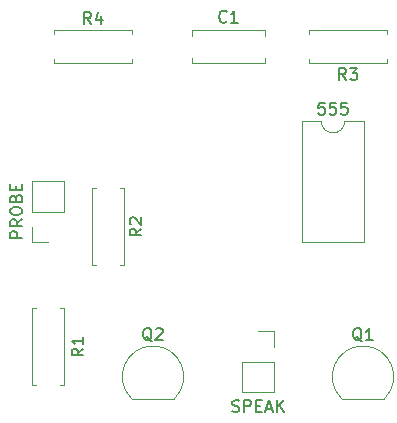
<source format=gbr>
%TF.GenerationSoftware,KiCad,Pcbnew,7.0.9*%
%TF.CreationDate,2023-11-22T20:54:51-05:00*%
%TF.ProjectId,connectivity_tester,636f6e6e-6563-4746-9976-6974795f7465,rev?*%
%TF.SameCoordinates,Original*%
%TF.FileFunction,Legend,Top*%
%TF.FilePolarity,Positive*%
%FSLAX46Y46*%
G04 Gerber Fmt 4.6, Leading zero omitted, Abs format (unit mm)*
G04 Created by KiCad (PCBNEW 7.0.9) date 2023-11-22 20:54:51*
%MOMM*%
%LPD*%
G01*
G04 APERTURE LIST*
%ADD10C,0.150000*%
%ADD11C,0.120000*%
G04 APERTURE END LIST*
D10*
X41195714Y-25064819D02*
X40719524Y-25064819D01*
X40719524Y-25064819D02*
X40671905Y-25541009D01*
X40671905Y-25541009D02*
X40719524Y-25493390D01*
X40719524Y-25493390D02*
X40814762Y-25445771D01*
X40814762Y-25445771D02*
X41052857Y-25445771D01*
X41052857Y-25445771D02*
X41148095Y-25493390D01*
X41148095Y-25493390D02*
X41195714Y-25541009D01*
X41195714Y-25541009D02*
X41243333Y-25636247D01*
X41243333Y-25636247D02*
X41243333Y-25874342D01*
X41243333Y-25874342D02*
X41195714Y-25969580D01*
X41195714Y-25969580D02*
X41148095Y-26017200D01*
X41148095Y-26017200D02*
X41052857Y-26064819D01*
X41052857Y-26064819D02*
X40814762Y-26064819D01*
X40814762Y-26064819D02*
X40719524Y-26017200D01*
X40719524Y-26017200D02*
X40671905Y-25969580D01*
X42148095Y-25064819D02*
X41671905Y-25064819D01*
X41671905Y-25064819D02*
X41624286Y-25541009D01*
X41624286Y-25541009D02*
X41671905Y-25493390D01*
X41671905Y-25493390D02*
X41767143Y-25445771D01*
X41767143Y-25445771D02*
X42005238Y-25445771D01*
X42005238Y-25445771D02*
X42100476Y-25493390D01*
X42100476Y-25493390D02*
X42148095Y-25541009D01*
X42148095Y-25541009D02*
X42195714Y-25636247D01*
X42195714Y-25636247D02*
X42195714Y-25874342D01*
X42195714Y-25874342D02*
X42148095Y-25969580D01*
X42148095Y-25969580D02*
X42100476Y-26017200D01*
X42100476Y-26017200D02*
X42005238Y-26064819D01*
X42005238Y-26064819D02*
X41767143Y-26064819D01*
X41767143Y-26064819D02*
X41671905Y-26017200D01*
X41671905Y-26017200D02*
X41624286Y-25969580D01*
X43100476Y-25064819D02*
X42624286Y-25064819D01*
X42624286Y-25064819D02*
X42576667Y-25541009D01*
X42576667Y-25541009D02*
X42624286Y-25493390D01*
X42624286Y-25493390D02*
X42719524Y-25445771D01*
X42719524Y-25445771D02*
X42957619Y-25445771D01*
X42957619Y-25445771D02*
X43052857Y-25493390D01*
X43052857Y-25493390D02*
X43100476Y-25541009D01*
X43100476Y-25541009D02*
X43148095Y-25636247D01*
X43148095Y-25636247D02*
X43148095Y-25874342D01*
X43148095Y-25874342D02*
X43100476Y-25969580D01*
X43100476Y-25969580D02*
X43052857Y-26017200D01*
X43052857Y-26017200D02*
X42957619Y-26064819D01*
X42957619Y-26064819D02*
X42719524Y-26064819D01*
X42719524Y-26064819D02*
X42624286Y-26017200D01*
X42624286Y-26017200D02*
X42576667Y-25969580D01*
X33393333Y-51207200D02*
X33536190Y-51254819D01*
X33536190Y-51254819D02*
X33774285Y-51254819D01*
X33774285Y-51254819D02*
X33869523Y-51207200D01*
X33869523Y-51207200D02*
X33917142Y-51159580D01*
X33917142Y-51159580D02*
X33964761Y-51064342D01*
X33964761Y-51064342D02*
X33964761Y-50969104D01*
X33964761Y-50969104D02*
X33917142Y-50873866D01*
X33917142Y-50873866D02*
X33869523Y-50826247D01*
X33869523Y-50826247D02*
X33774285Y-50778628D01*
X33774285Y-50778628D02*
X33583809Y-50731009D01*
X33583809Y-50731009D02*
X33488571Y-50683390D01*
X33488571Y-50683390D02*
X33440952Y-50635771D01*
X33440952Y-50635771D02*
X33393333Y-50540533D01*
X33393333Y-50540533D02*
X33393333Y-50445295D01*
X33393333Y-50445295D02*
X33440952Y-50350057D01*
X33440952Y-50350057D02*
X33488571Y-50302438D01*
X33488571Y-50302438D02*
X33583809Y-50254819D01*
X33583809Y-50254819D02*
X33821904Y-50254819D01*
X33821904Y-50254819D02*
X33964761Y-50302438D01*
X34393333Y-51254819D02*
X34393333Y-50254819D01*
X34393333Y-50254819D02*
X34774285Y-50254819D01*
X34774285Y-50254819D02*
X34869523Y-50302438D01*
X34869523Y-50302438D02*
X34917142Y-50350057D01*
X34917142Y-50350057D02*
X34964761Y-50445295D01*
X34964761Y-50445295D02*
X34964761Y-50588152D01*
X34964761Y-50588152D02*
X34917142Y-50683390D01*
X34917142Y-50683390D02*
X34869523Y-50731009D01*
X34869523Y-50731009D02*
X34774285Y-50778628D01*
X34774285Y-50778628D02*
X34393333Y-50778628D01*
X35393333Y-50731009D02*
X35726666Y-50731009D01*
X35869523Y-51254819D02*
X35393333Y-51254819D01*
X35393333Y-51254819D02*
X35393333Y-50254819D01*
X35393333Y-50254819D02*
X35869523Y-50254819D01*
X36250476Y-50969104D02*
X36726666Y-50969104D01*
X36155238Y-51254819D02*
X36488571Y-50254819D01*
X36488571Y-50254819D02*
X36821904Y-51254819D01*
X37155238Y-51254819D02*
X37155238Y-50254819D01*
X37726666Y-51254819D02*
X37298095Y-50683390D01*
X37726666Y-50254819D02*
X37155238Y-50826247D01*
X21423333Y-18404819D02*
X21090000Y-17928628D01*
X20851905Y-18404819D02*
X20851905Y-17404819D01*
X20851905Y-17404819D02*
X21232857Y-17404819D01*
X21232857Y-17404819D02*
X21328095Y-17452438D01*
X21328095Y-17452438D02*
X21375714Y-17500057D01*
X21375714Y-17500057D02*
X21423333Y-17595295D01*
X21423333Y-17595295D02*
X21423333Y-17738152D01*
X21423333Y-17738152D02*
X21375714Y-17833390D01*
X21375714Y-17833390D02*
X21328095Y-17881009D01*
X21328095Y-17881009D02*
X21232857Y-17928628D01*
X21232857Y-17928628D02*
X20851905Y-17928628D01*
X22280476Y-17738152D02*
X22280476Y-18404819D01*
X22042381Y-17357200D02*
X21804286Y-18071485D01*
X21804286Y-18071485D02*
X22423333Y-18071485D01*
X43013333Y-23144819D02*
X42680000Y-22668628D01*
X42441905Y-23144819D02*
X42441905Y-22144819D01*
X42441905Y-22144819D02*
X42822857Y-22144819D01*
X42822857Y-22144819D02*
X42918095Y-22192438D01*
X42918095Y-22192438D02*
X42965714Y-22240057D01*
X42965714Y-22240057D02*
X43013333Y-22335295D01*
X43013333Y-22335295D02*
X43013333Y-22478152D01*
X43013333Y-22478152D02*
X42965714Y-22573390D01*
X42965714Y-22573390D02*
X42918095Y-22621009D01*
X42918095Y-22621009D02*
X42822857Y-22668628D01*
X42822857Y-22668628D02*
X42441905Y-22668628D01*
X43346667Y-22144819D02*
X43965714Y-22144819D01*
X43965714Y-22144819D02*
X43632381Y-22525771D01*
X43632381Y-22525771D02*
X43775238Y-22525771D01*
X43775238Y-22525771D02*
X43870476Y-22573390D01*
X43870476Y-22573390D02*
X43918095Y-22621009D01*
X43918095Y-22621009D02*
X43965714Y-22716247D01*
X43965714Y-22716247D02*
X43965714Y-22954342D01*
X43965714Y-22954342D02*
X43918095Y-23049580D01*
X43918095Y-23049580D02*
X43870476Y-23097200D01*
X43870476Y-23097200D02*
X43775238Y-23144819D01*
X43775238Y-23144819D02*
X43489524Y-23144819D01*
X43489524Y-23144819D02*
X43394286Y-23097200D01*
X43394286Y-23097200D02*
X43346667Y-23049580D01*
X25684819Y-35726666D02*
X25208628Y-36059999D01*
X25684819Y-36298094D02*
X24684819Y-36298094D01*
X24684819Y-36298094D02*
X24684819Y-35917142D01*
X24684819Y-35917142D02*
X24732438Y-35821904D01*
X24732438Y-35821904D02*
X24780057Y-35774285D01*
X24780057Y-35774285D02*
X24875295Y-35726666D01*
X24875295Y-35726666D02*
X25018152Y-35726666D01*
X25018152Y-35726666D02*
X25113390Y-35774285D01*
X25113390Y-35774285D02*
X25161009Y-35821904D01*
X25161009Y-35821904D02*
X25208628Y-35917142D01*
X25208628Y-35917142D02*
X25208628Y-36298094D01*
X24780057Y-35345713D02*
X24732438Y-35298094D01*
X24732438Y-35298094D02*
X24684819Y-35202856D01*
X24684819Y-35202856D02*
X24684819Y-34964761D01*
X24684819Y-34964761D02*
X24732438Y-34869523D01*
X24732438Y-34869523D02*
X24780057Y-34821904D01*
X24780057Y-34821904D02*
X24875295Y-34774285D01*
X24875295Y-34774285D02*
X24970533Y-34774285D01*
X24970533Y-34774285D02*
X25113390Y-34821904D01*
X25113390Y-34821904D02*
X25684819Y-35393332D01*
X25684819Y-35393332D02*
X25684819Y-34774285D01*
X20774819Y-45886666D02*
X20298628Y-46219999D01*
X20774819Y-46458094D02*
X19774819Y-46458094D01*
X19774819Y-46458094D02*
X19774819Y-46077142D01*
X19774819Y-46077142D02*
X19822438Y-45981904D01*
X19822438Y-45981904D02*
X19870057Y-45934285D01*
X19870057Y-45934285D02*
X19965295Y-45886666D01*
X19965295Y-45886666D02*
X20108152Y-45886666D01*
X20108152Y-45886666D02*
X20203390Y-45934285D01*
X20203390Y-45934285D02*
X20251009Y-45981904D01*
X20251009Y-45981904D02*
X20298628Y-46077142D01*
X20298628Y-46077142D02*
X20298628Y-46458094D01*
X20774819Y-44934285D02*
X20774819Y-45505713D01*
X20774819Y-45219999D02*
X19774819Y-45219999D01*
X19774819Y-45219999D02*
X19917676Y-45315237D01*
X19917676Y-45315237D02*
X20012914Y-45410475D01*
X20012914Y-45410475D02*
X20060533Y-45505713D01*
X26574761Y-45250057D02*
X26479523Y-45202438D01*
X26479523Y-45202438D02*
X26384285Y-45107200D01*
X26384285Y-45107200D02*
X26241428Y-44964342D01*
X26241428Y-44964342D02*
X26146190Y-44916723D01*
X26146190Y-44916723D02*
X26050952Y-44916723D01*
X26098571Y-45154819D02*
X26003333Y-45107200D01*
X26003333Y-45107200D02*
X25908095Y-45011961D01*
X25908095Y-45011961D02*
X25860476Y-44821485D01*
X25860476Y-44821485D02*
X25860476Y-44488152D01*
X25860476Y-44488152D02*
X25908095Y-44297676D01*
X25908095Y-44297676D02*
X26003333Y-44202438D01*
X26003333Y-44202438D02*
X26098571Y-44154819D01*
X26098571Y-44154819D02*
X26289047Y-44154819D01*
X26289047Y-44154819D02*
X26384285Y-44202438D01*
X26384285Y-44202438D02*
X26479523Y-44297676D01*
X26479523Y-44297676D02*
X26527142Y-44488152D01*
X26527142Y-44488152D02*
X26527142Y-44821485D01*
X26527142Y-44821485D02*
X26479523Y-45011961D01*
X26479523Y-45011961D02*
X26384285Y-45107200D01*
X26384285Y-45107200D02*
X26289047Y-45154819D01*
X26289047Y-45154819D02*
X26098571Y-45154819D01*
X26908095Y-44250057D02*
X26955714Y-44202438D01*
X26955714Y-44202438D02*
X27050952Y-44154819D01*
X27050952Y-44154819D02*
X27289047Y-44154819D01*
X27289047Y-44154819D02*
X27384285Y-44202438D01*
X27384285Y-44202438D02*
X27431904Y-44250057D01*
X27431904Y-44250057D02*
X27479523Y-44345295D01*
X27479523Y-44345295D02*
X27479523Y-44440533D01*
X27479523Y-44440533D02*
X27431904Y-44583390D01*
X27431904Y-44583390D02*
X26860476Y-45154819D01*
X26860476Y-45154819D02*
X27479523Y-45154819D01*
X44354761Y-45250057D02*
X44259523Y-45202438D01*
X44259523Y-45202438D02*
X44164285Y-45107200D01*
X44164285Y-45107200D02*
X44021428Y-44964342D01*
X44021428Y-44964342D02*
X43926190Y-44916723D01*
X43926190Y-44916723D02*
X43830952Y-44916723D01*
X43878571Y-45154819D02*
X43783333Y-45107200D01*
X43783333Y-45107200D02*
X43688095Y-45011961D01*
X43688095Y-45011961D02*
X43640476Y-44821485D01*
X43640476Y-44821485D02*
X43640476Y-44488152D01*
X43640476Y-44488152D02*
X43688095Y-44297676D01*
X43688095Y-44297676D02*
X43783333Y-44202438D01*
X43783333Y-44202438D02*
X43878571Y-44154819D01*
X43878571Y-44154819D02*
X44069047Y-44154819D01*
X44069047Y-44154819D02*
X44164285Y-44202438D01*
X44164285Y-44202438D02*
X44259523Y-44297676D01*
X44259523Y-44297676D02*
X44307142Y-44488152D01*
X44307142Y-44488152D02*
X44307142Y-44821485D01*
X44307142Y-44821485D02*
X44259523Y-45011961D01*
X44259523Y-45011961D02*
X44164285Y-45107200D01*
X44164285Y-45107200D02*
X44069047Y-45154819D01*
X44069047Y-45154819D02*
X43878571Y-45154819D01*
X45259523Y-45154819D02*
X44688095Y-45154819D01*
X44973809Y-45154819D02*
X44973809Y-44154819D01*
X44973809Y-44154819D02*
X44878571Y-44297676D01*
X44878571Y-44297676D02*
X44783333Y-44392914D01*
X44783333Y-44392914D02*
X44688095Y-44440533D01*
X15588986Y-36512367D02*
X14588986Y-36512367D01*
X14588986Y-36512367D02*
X14588986Y-36131415D01*
X14588986Y-36131415D02*
X14636605Y-36036177D01*
X14636605Y-36036177D02*
X14684224Y-35988558D01*
X14684224Y-35988558D02*
X14779462Y-35940939D01*
X14779462Y-35940939D02*
X14922319Y-35940939D01*
X14922319Y-35940939D02*
X15017557Y-35988558D01*
X15017557Y-35988558D02*
X15065176Y-36036177D01*
X15065176Y-36036177D02*
X15112795Y-36131415D01*
X15112795Y-36131415D02*
X15112795Y-36512367D01*
X15588986Y-34940939D02*
X15112795Y-35274272D01*
X15588986Y-35512367D02*
X14588986Y-35512367D01*
X14588986Y-35512367D02*
X14588986Y-35131415D01*
X14588986Y-35131415D02*
X14636605Y-35036177D01*
X14636605Y-35036177D02*
X14684224Y-34988558D01*
X14684224Y-34988558D02*
X14779462Y-34940939D01*
X14779462Y-34940939D02*
X14922319Y-34940939D01*
X14922319Y-34940939D02*
X15017557Y-34988558D01*
X15017557Y-34988558D02*
X15065176Y-35036177D01*
X15065176Y-35036177D02*
X15112795Y-35131415D01*
X15112795Y-35131415D02*
X15112795Y-35512367D01*
X14588986Y-34321891D02*
X14588986Y-34131415D01*
X14588986Y-34131415D02*
X14636605Y-34036177D01*
X14636605Y-34036177D02*
X14731843Y-33940939D01*
X14731843Y-33940939D02*
X14922319Y-33893320D01*
X14922319Y-33893320D02*
X15255652Y-33893320D01*
X15255652Y-33893320D02*
X15446128Y-33940939D01*
X15446128Y-33940939D02*
X15541367Y-34036177D01*
X15541367Y-34036177D02*
X15588986Y-34131415D01*
X15588986Y-34131415D02*
X15588986Y-34321891D01*
X15588986Y-34321891D02*
X15541367Y-34417129D01*
X15541367Y-34417129D02*
X15446128Y-34512367D01*
X15446128Y-34512367D02*
X15255652Y-34559986D01*
X15255652Y-34559986D02*
X14922319Y-34559986D01*
X14922319Y-34559986D02*
X14731843Y-34512367D01*
X14731843Y-34512367D02*
X14636605Y-34417129D01*
X14636605Y-34417129D02*
X14588986Y-34321891D01*
X15065176Y-33131415D02*
X15112795Y-32988558D01*
X15112795Y-32988558D02*
X15160414Y-32940939D01*
X15160414Y-32940939D02*
X15255652Y-32893320D01*
X15255652Y-32893320D02*
X15398509Y-32893320D01*
X15398509Y-32893320D02*
X15493747Y-32940939D01*
X15493747Y-32940939D02*
X15541367Y-32988558D01*
X15541367Y-32988558D02*
X15588986Y-33083796D01*
X15588986Y-33083796D02*
X15588986Y-33464748D01*
X15588986Y-33464748D02*
X14588986Y-33464748D01*
X14588986Y-33464748D02*
X14588986Y-33131415D01*
X14588986Y-33131415D02*
X14636605Y-33036177D01*
X14636605Y-33036177D02*
X14684224Y-32988558D01*
X14684224Y-32988558D02*
X14779462Y-32940939D01*
X14779462Y-32940939D02*
X14874700Y-32940939D01*
X14874700Y-32940939D02*
X14969938Y-32988558D01*
X14969938Y-32988558D02*
X15017557Y-33036177D01*
X15017557Y-33036177D02*
X15065176Y-33131415D01*
X15065176Y-33131415D02*
X15065176Y-33464748D01*
X15065176Y-32464748D02*
X15065176Y-32131415D01*
X15588986Y-31988558D02*
X15588986Y-32464748D01*
X15588986Y-32464748D02*
X14588986Y-32464748D01*
X14588986Y-32464748D02*
X14588986Y-31988558D01*
X32893333Y-18179580D02*
X32845714Y-18227200D01*
X32845714Y-18227200D02*
X32702857Y-18274819D01*
X32702857Y-18274819D02*
X32607619Y-18274819D01*
X32607619Y-18274819D02*
X32464762Y-18227200D01*
X32464762Y-18227200D02*
X32369524Y-18131961D01*
X32369524Y-18131961D02*
X32321905Y-18036723D01*
X32321905Y-18036723D02*
X32274286Y-17846247D01*
X32274286Y-17846247D02*
X32274286Y-17703390D01*
X32274286Y-17703390D02*
X32321905Y-17512914D01*
X32321905Y-17512914D02*
X32369524Y-17417676D01*
X32369524Y-17417676D02*
X32464762Y-17322438D01*
X32464762Y-17322438D02*
X32607619Y-17274819D01*
X32607619Y-17274819D02*
X32702857Y-17274819D01*
X32702857Y-17274819D02*
X32845714Y-17322438D01*
X32845714Y-17322438D02*
X32893333Y-17370057D01*
X33845714Y-18274819D02*
X33274286Y-18274819D01*
X33560000Y-18274819D02*
X33560000Y-17274819D01*
X33560000Y-17274819D02*
X33464762Y-17417676D01*
X33464762Y-17417676D02*
X33369524Y-17512914D01*
X33369524Y-17512914D02*
X33274286Y-17560533D01*
D11*
%TO.C,555*%
X40910000Y-26610000D02*
G75*
G03*
X42910000Y-26610000I1000000J0D01*
G01*
X39260000Y-36890000D02*
X44560000Y-36890000D01*
X40910000Y-26610000D02*
X39260000Y-26610000D01*
X44560000Y-36890000D02*
X44560000Y-26610000D01*
X39260000Y-26610000D02*
X39260000Y-36890000D01*
X44560000Y-26610000D02*
X42910000Y-26610000D01*
%TO.C,SPEAK*%
X34230000Y-46990000D02*
X34230000Y-49590000D01*
X36890000Y-46990000D02*
X36890000Y-49590000D01*
X34230000Y-46990000D02*
X36890000Y-46990000D01*
X35560000Y-44390000D02*
X36890000Y-44390000D01*
X36890000Y-44390000D02*
X36890000Y-45720000D01*
X34230000Y-49590000D02*
X36890000Y-49590000D01*
%TO.C,R4*%
X24860000Y-18950000D02*
X24860000Y-19280000D01*
X18320000Y-19280000D02*
X18320000Y-18950000D01*
X18320000Y-21360000D02*
X18320000Y-21690000D01*
X18320000Y-21690000D02*
X24860000Y-21690000D01*
X18320000Y-18950000D02*
X24860000Y-18950000D01*
X24860000Y-21690000D02*
X24860000Y-21360000D01*
%TO.C,R3*%
X39910000Y-21690000D02*
X39910000Y-21360000D01*
X46450000Y-21360000D02*
X46450000Y-21690000D01*
X46450000Y-19280000D02*
X46450000Y-18950000D01*
X46450000Y-18950000D02*
X39910000Y-18950000D01*
X46450000Y-21690000D02*
X39910000Y-21690000D01*
X39910000Y-18950000D02*
X39910000Y-19280000D01*
%TO.C,R2*%
X24230000Y-38830000D02*
X23900000Y-38830000D01*
X23900000Y-32290000D02*
X24230000Y-32290000D01*
X21820000Y-32290000D02*
X21490000Y-32290000D01*
X21490000Y-32290000D02*
X21490000Y-38830000D01*
X24230000Y-32290000D02*
X24230000Y-38830000D01*
X21490000Y-38830000D02*
X21820000Y-38830000D01*
%TO.C,R1*%
X19150000Y-42450000D02*
X18820000Y-42450000D01*
X16410000Y-48990000D02*
X16410000Y-42450000D01*
X19150000Y-48990000D02*
X19150000Y-42450000D01*
X18820000Y-48990000D02*
X19150000Y-48990000D01*
X16740000Y-48990000D02*
X16410000Y-48990000D01*
X16410000Y-42450000D02*
X16740000Y-42450000D01*
%TO.C,Q2*%
X24870000Y-50110000D02*
X28470000Y-50110000D01*
X28508478Y-50098478D02*
G75*
G03*
X26670000Y-45660000I-1838478J1838478D01*
G01*
X26670000Y-45660000D02*
G75*
G03*
X24831522Y-50098478I0J-2600000D01*
G01*
%TO.C,Q1*%
X42650000Y-50110000D02*
X46250000Y-50110000D01*
X46288478Y-50098478D02*
G75*
G03*
X44450000Y-45660000I-1838478J1838478D01*
G01*
X44450000Y-45660000D02*
G75*
G03*
X42611522Y-50098478I0J-2600000D01*
G01*
%TO.C,PROBE*%
X19110000Y-34290000D02*
X19110000Y-31690000D01*
X16450000Y-34290000D02*
X16450000Y-31690000D01*
X19110000Y-34290000D02*
X16450000Y-34290000D01*
X17780000Y-36890000D02*
X16450000Y-36890000D01*
X16450000Y-36890000D02*
X16450000Y-35560000D01*
X19110000Y-31690000D02*
X16450000Y-31690000D01*
%TO.C,C1*%
X29940000Y-21690000D02*
X36180000Y-21690000D01*
X29940000Y-18950000D02*
X29940000Y-19395000D01*
X29940000Y-18950000D02*
X36180000Y-18950000D01*
X36180000Y-18950000D02*
X36180000Y-19395000D01*
X36180000Y-21245000D02*
X36180000Y-21690000D01*
X29940000Y-21245000D02*
X29940000Y-21690000D01*
%TD*%
M02*

</source>
